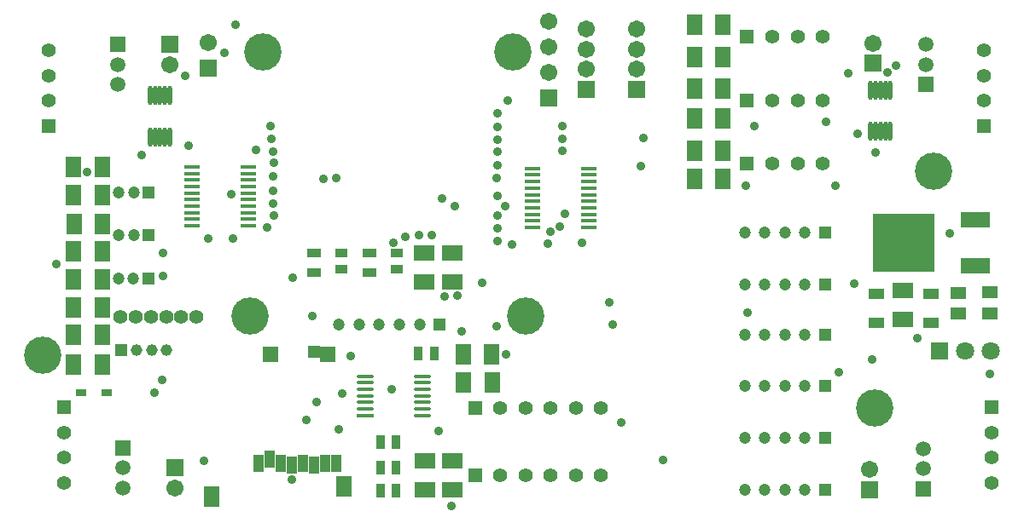
<source format=gbs>
G04*
G04 #@! TF.GenerationSoftware,Altium Limited,Altium Designer,20.2.5 (213)*
G04*
G04 Layer_Color=16711935*
%FSLAX44Y44*%
%MOMM*%
G71*
G04*
G04 #@! TF.SameCoordinates,141B8AC5-84E1-4BD6-917F-AD625E5865C0*
G04*
G04*
G04 #@! TF.FilePolarity,Negative*
G04*
G01*
G75*
%ADD29R,1.5082X1.2065*%
%ADD43R,1.2000X1.2000*%
%ADD50R,1.5732X2.1132*%
%ADD52R,1.5032X1.3032*%
%ADD63C,1.2000*%
%ADD64C,1.8032*%
%ADD65R,1.8032X1.8032*%
%ADD66C,1.7032*%
%ADD67R,1.7032X1.7032*%
%ADD68C,1.4000*%
%ADD69R,1.4000X1.4000*%
%ADD70C,1.5032*%
%ADD71R,1.5032X1.5032*%
%ADD72C,1.1500*%
%ADD73R,1.1500X1.1500*%
%ADD74C,1.4112*%
%ADD75R,1.4000X1.4000*%
%ADD76C,3.7032*%
%ADD77C,0.9032*%
%ADD90R,0.9549X1.3562*%
G04:AMPARAMS|DCode=91|XSize=1.6554mm|YSize=0.3808mm|CornerRadius=0.1904mm|HoleSize=0mm|Usage=FLASHONLY|Rotation=0.000|XOffset=0mm|YOffset=0mm|HoleType=Round|Shape=RoundedRectangle|*
%AMROUNDEDRECTD91*
21,1,1.6554,0.0000,0,0,0.0*
21,1,1.2747,0.3808,0,0,0.0*
1,1,0.3808,0.6373,0.0000*
1,1,0.3808,-0.6373,0.0000*
1,1,0.3808,-0.6373,0.0000*
1,1,0.3808,0.6373,0.0000*
%
%ADD91ROUNDEDRECTD91*%
%ADD92R,1.6554X0.3808*%
%ADD97R,1.6000X1.0500*%
%ADD99R,3.0000X1.6000*%
%ADD100R,6.2000X5.8000*%
%ADD102R,1.4500X0.9500*%
%ADD103R,1.2621X0.8081*%
%ADD104R,1.6000X0.3000*%
%ADD105R,2.1132X1.5732*%
%ADD106R,1.0032X1.7032*%
%ADD107R,1.5032X1.6032*%
%ADD108R,1.2032X1.1532*%
%ADD109R,1.6032X2.1032*%
%ADD110R,1.0032X0.8032*%
%ADD111O,0.5032X1.9032*%
D29*
X2927250Y1104000D02*
D03*
Y1082983D02*
D03*
D43*
X2795000Y1164000D02*
D03*
Y959500D02*
D03*
Y1062500D02*
D03*
Y908000D02*
D03*
Y1112500D02*
D03*
Y1011000D02*
D03*
X2124000Y1204000D02*
D03*
Y1161500D02*
D03*
X2123750Y1118500D02*
D03*
X2412500Y1072500D02*
D03*
D50*
X2049080Y1033000D02*
D03*
X2077500D02*
D03*
X2049185Y1145105D02*
D03*
X2077605D02*
D03*
X2049290Y1117000D02*
D03*
X2077710D02*
D03*
X2049080Y1062284D02*
D03*
X2077500D02*
D03*
X2049790Y1172500D02*
D03*
X2078210D02*
D03*
X2049290Y1089630D02*
D03*
X2077710D02*
D03*
X2665143Y1338147D02*
D03*
X2693564D02*
D03*
X2665143Y1307000D02*
D03*
X2693564D02*
D03*
X2665143Y1245000D02*
D03*
X2693564D02*
D03*
X2665143Y1370000D02*
D03*
X2693564D02*
D03*
X2665143Y1277500D02*
D03*
X2693564D02*
D03*
X2665143Y1217500D02*
D03*
X2693564D02*
D03*
X2464210Y1042500D02*
D03*
X2435790D02*
D03*
X2464611Y1014599D02*
D03*
X2436191D02*
D03*
X2049290Y1229000D02*
D03*
X2077710D02*
D03*
X2049290Y1201000D02*
D03*
X2077710D02*
D03*
D52*
X2958000Y1104483D02*
D03*
Y1083484D02*
D03*
D63*
X2715000Y1164000D02*
D03*
X2735000D02*
D03*
X2755000D02*
D03*
X2775000D02*
D03*
X2715000Y959500D02*
D03*
X2735000D02*
D03*
X2755000D02*
D03*
X2775000D02*
D03*
X2715000Y1062500D02*
D03*
X2735000D02*
D03*
X2755000D02*
D03*
X2775000D02*
D03*
X2715000Y908000D02*
D03*
X2735000D02*
D03*
X2755000D02*
D03*
X2775000D02*
D03*
X2715000Y1112500D02*
D03*
X2735000D02*
D03*
X2755000D02*
D03*
X2775000D02*
D03*
X2715000Y1011000D02*
D03*
X2735000D02*
D03*
X2755000D02*
D03*
X2775000D02*
D03*
X2094000Y1204000D02*
D03*
X2109000D02*
D03*
X2094000Y1161500D02*
D03*
X2109000D02*
D03*
X2093750Y1118500D02*
D03*
X2108750D02*
D03*
X2312500Y1072500D02*
D03*
X2332500D02*
D03*
X2352500D02*
D03*
X2372500D02*
D03*
X2392500D02*
D03*
D64*
X2959400Y1046250D02*
D03*
X2934000D02*
D03*
D65*
X2908600D02*
D03*
D66*
X2608312Y1366000D02*
D03*
Y1326000D02*
D03*
Y1346000D02*
D03*
X2557812Y1366000D02*
D03*
Y1326000D02*
D03*
Y1346000D02*
D03*
X2520812Y1373900D02*
D03*
Y1348500D02*
D03*
Y1323100D02*
D03*
X2182500Y1352900D02*
D03*
X2842250Y1352000D02*
D03*
X2838750Y928500D02*
D03*
X2145000Y1331000D02*
D03*
X2150000Y910000D02*
D03*
D67*
X2608312Y1306000D02*
D03*
X2557812D02*
D03*
X2520812Y1297700D02*
D03*
X2182500Y1327500D02*
D03*
X2842250Y1332000D02*
D03*
X2838750Y908500D02*
D03*
X2145000Y1351000D02*
D03*
X2150000Y930000D02*
D03*
D68*
X2572500Y988999D02*
D03*
X2547500D02*
D03*
X2522500D02*
D03*
X2497500D02*
D03*
X2472500D02*
D03*
X2572500Y922500D02*
D03*
X2547500D02*
D03*
X2522500D02*
D03*
X2497500D02*
D03*
X2472500D02*
D03*
X2742500Y1358290D02*
D03*
X2767500D02*
D03*
X2792500D02*
D03*
X2742500Y1295000D02*
D03*
X2767500D02*
D03*
X2792500D02*
D03*
X2742500Y1232750D02*
D03*
X2767500D02*
D03*
X2792500D02*
D03*
X2024500Y1295000D02*
D03*
Y1320000D02*
D03*
Y1345000D02*
D03*
X2040000Y965000D02*
D03*
Y940000D02*
D03*
Y915000D02*
D03*
X2960500Y965000D02*
D03*
Y940000D02*
D03*
Y915000D02*
D03*
X2952500Y1295000D02*
D03*
Y1320000D02*
D03*
Y1345000D02*
D03*
D69*
X2447500Y988999D02*
D03*
Y922500D02*
D03*
X2717500Y1358290D02*
D03*
Y1295000D02*
D03*
Y1232750D02*
D03*
D70*
X2093000Y1311000D02*
D03*
Y1331000D02*
D03*
X2098000Y910000D02*
D03*
Y930000D02*
D03*
X2892500Y949000D02*
D03*
Y929000D02*
D03*
X2894500Y1351000D02*
D03*
Y1331000D02*
D03*
D71*
X2093000Y1351000D02*
D03*
X2098000Y950000D02*
D03*
X2892500Y909000D02*
D03*
X2894500Y1311000D02*
D03*
D72*
X2141742Y1046758D02*
D03*
X2126742D02*
D03*
X2111742D02*
D03*
D73*
X2096742D02*
D03*
D74*
X2096000Y1080000D02*
D03*
X2111000D02*
D03*
X2126000D02*
D03*
X2141000D02*
D03*
X2156000D02*
D03*
X2171000D02*
D03*
D75*
X2024500Y1270000D02*
D03*
X2040000Y990000D02*
D03*
X2960500D02*
D03*
X2952500Y1270000D02*
D03*
D76*
X2902750Y1224750D02*
D03*
X2844000Y989000D02*
D03*
X2019000Y1042000D02*
D03*
X2497500Y1080500D02*
D03*
X2224250D02*
D03*
X2236750Y1343000D02*
D03*
X2485000D02*
D03*
D77*
X2309500Y1217750D02*
D03*
X2297500Y1217500D02*
D03*
X2469212Y1217719D02*
D03*
X2808702Y1024601D02*
D03*
X2841750Y1037250D02*
D03*
X2366500Y1153870D02*
D03*
X2129230Y1005000D02*
D03*
X2520000Y1153000D02*
D03*
X2199190Y1342500D02*
D03*
X2205506Y1202087D02*
D03*
X2241690Y1168500D02*
D03*
X2247700Y1180487D02*
D03*
X2404500Y1161000D02*
D03*
X2391922Y1160922D02*
D03*
X2378863Y1159613D02*
D03*
X2718250Y1084000D02*
D03*
X2411777Y966527D02*
D03*
X2163500Y1250050D02*
D03*
X2958000Y1023000D02*
D03*
X2536650Y1182215D02*
D03*
X2244750Y1269500D02*
D03*
X2245250Y1256750D02*
D03*
X2230000Y1245940D02*
D03*
X2063000Y1224000D02*
D03*
X2417000Y1100000D02*
D03*
X2430000Y1101000D02*
D03*
X2178810Y937000D02*
D03*
X2845000Y1243810D02*
D03*
X2919000Y1163000D02*
D03*
X2856730Y1323000D02*
D03*
X2865000Y1330000D02*
D03*
X2267000Y1119000D02*
D03*
X2286000Y1081000D02*
D03*
X2365000Y1008000D02*
D03*
X2316000Y1004000D02*
D03*
X2324000Y1041000D02*
D03*
X2469000Y1071000D02*
D03*
X2612000Y1230000D02*
D03*
X2531656Y1169384D02*
D03*
X2522451Y1164277D02*
D03*
X2554000Y1153968D02*
D03*
X2796000Y1274000D02*
D03*
X2581000Y1094000D02*
D03*
X2584000Y1072000D02*
D03*
X2312000Y968000D02*
D03*
X2248000Y1233000D02*
D03*
X2247500Y1244000D02*
D03*
X2116738Y1240762D02*
D03*
X2138030Y1121000D02*
D03*
Y1143310D02*
D03*
X2824000Y1113000D02*
D03*
X2886500Y1058710D02*
D03*
X2434000Y1066000D02*
D03*
X2615000Y1258000D02*
D03*
X2534000Y1245000D02*
D03*
X2470000Y1269000D02*
D03*
X2534000Y1257000D02*
D03*
Y1270000D02*
D03*
X2634000Y938000D02*
D03*
X2805000Y1210000D02*
D03*
X2716000D02*
D03*
X2470000Y1256000D02*
D03*
X2480000Y1295000D02*
D03*
X2470000Y1282200D02*
D03*
Y1168000D02*
D03*
X2455000Y1114030D02*
D03*
X2484000Y1152000D02*
D03*
X2478250Y1042500D02*
D03*
X2827000Y1262000D02*
D03*
X2424000Y892000D02*
D03*
X2247500Y1205000D02*
D03*
Y1193000D02*
D03*
Y1220000D02*
D03*
X2592500Y975000D02*
D03*
X2207500Y1157500D02*
D03*
X2182500D02*
D03*
X2427500Y1190000D02*
D03*
X2470000Y1200000D02*
D03*
X2477500Y1190000D02*
D03*
X2470000Y1181000D02*
D03*
X2160000Y1320000D02*
D03*
X2265500Y918000D02*
D03*
X2137500Y1017500D02*
D03*
X2280500Y977500D02*
D03*
X2290000Y995000D02*
D03*
X2032500Y1132500D02*
D03*
X2210000Y1370000D02*
D03*
X2725000Y1270000D02*
D03*
X2470000Y1155000D02*
D03*
X2415000Y1197500D02*
D03*
X2817500Y1322500D02*
D03*
X2470000Y1231000D02*
D03*
Y1244000D02*
D03*
D90*
X2369000Y907500D02*
D03*
X2353487D02*
D03*
Y930250D02*
D03*
X2369000D02*
D03*
X2353994Y955250D02*
D03*
X2369507D02*
D03*
X2391494Y1043250D02*
D03*
X2407007D02*
D03*
D91*
X2395500Y982000D02*
D03*
Y988500D02*
D03*
Y995000D02*
D03*
Y1001500D02*
D03*
Y1008000D02*
D03*
Y1014500D02*
D03*
Y1021000D02*
D03*
X2338992D02*
D03*
Y1014500D02*
D03*
Y1008000D02*
D03*
Y1001500D02*
D03*
Y995000D02*
D03*
Y988500D02*
D03*
D92*
Y982000D02*
D03*
D97*
X2900395Y1073717D02*
D03*
Y1103217D02*
D03*
X2845500D02*
D03*
Y1073717D02*
D03*
D99*
X2943750Y1131150D02*
D03*
Y1176850D02*
D03*
D100*
X2872850Y1154000D02*
D03*
D102*
X2342500Y1143420D02*
D03*
Y1123920D02*
D03*
X2287500Y1143420D02*
D03*
Y1123920D02*
D03*
D103*
X2370000Y1127380D02*
D03*
Y1143420D02*
D03*
X2315000Y1127380D02*
D03*
Y1143420D02*
D03*
D104*
X2223000Y1170500D02*
D03*
Y1177000D02*
D03*
Y1183500D02*
D03*
Y1190000D02*
D03*
Y1196500D02*
D03*
Y1203000D02*
D03*
Y1209500D02*
D03*
Y1216000D02*
D03*
Y1222500D02*
D03*
Y1229000D02*
D03*
X2167000Y1170500D02*
D03*
Y1177000D02*
D03*
Y1183500D02*
D03*
Y1190000D02*
D03*
Y1196500D02*
D03*
Y1203000D02*
D03*
Y1209500D02*
D03*
Y1216000D02*
D03*
Y1222500D02*
D03*
Y1229000D02*
D03*
X2504770Y1227480D02*
D03*
Y1220980D02*
D03*
Y1214480D02*
D03*
Y1207980D02*
D03*
Y1201480D02*
D03*
Y1194980D02*
D03*
Y1188480D02*
D03*
Y1181980D02*
D03*
Y1175480D02*
D03*
Y1168980D02*
D03*
X2560770Y1227480D02*
D03*
Y1220980D02*
D03*
Y1214480D02*
D03*
Y1207980D02*
D03*
Y1201480D02*
D03*
Y1194980D02*
D03*
Y1188480D02*
D03*
Y1181980D02*
D03*
Y1175480D02*
D03*
Y1168980D02*
D03*
D105*
X2425000Y1143420D02*
D03*
Y1115000D02*
D03*
X2397186Y1143491D02*
D03*
Y1115071D02*
D03*
X2872000Y1105834D02*
D03*
Y1077413D02*
D03*
X2424999Y908282D02*
D03*
Y936702D02*
D03*
X2397500Y908282D02*
D03*
Y936702D02*
D03*
D106*
X2309500Y934500D02*
D03*
X2298500D02*
D03*
X2287500Y932500D02*
D03*
X2276500Y934500D02*
D03*
X2265500Y932500D02*
D03*
X2254500Y934500D02*
D03*
X2243500Y938500D02*
D03*
X2232500Y934500D02*
D03*
D107*
X2301400Y1043100D02*
D03*
X2244400D02*
D03*
D108*
X2287500Y1045350D02*
D03*
D109*
X2317400Y911600D02*
D03*
X2185900Y901600D02*
D03*
D110*
X2056900Y1005000D02*
D03*
X2081900D02*
D03*
D111*
X2145000Y1259000D02*
D03*
X2140000D02*
D03*
X2135000D02*
D03*
X2130000D02*
D03*
X2125000D02*
D03*
X2145000Y1300000D02*
D03*
X2140000D02*
D03*
X2135000D02*
D03*
X2130000D02*
D03*
X2125000D02*
D03*
X2859750Y1264500D02*
D03*
X2854750D02*
D03*
X2849750D02*
D03*
X2844750D02*
D03*
X2839750D02*
D03*
X2859750Y1305500D02*
D03*
X2854750D02*
D03*
X2849750D02*
D03*
X2844750D02*
D03*
X2839750D02*
D03*
M02*

</source>
